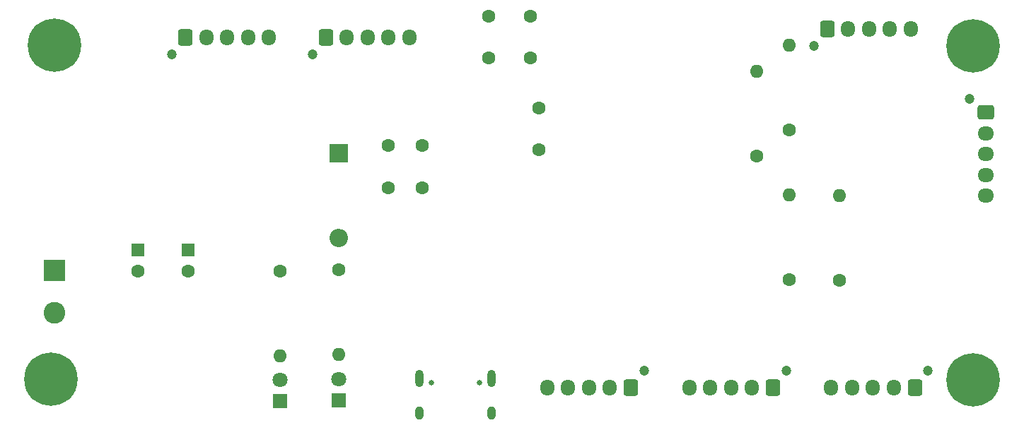
<source format=gbr>
%TF.GenerationSoftware,KiCad,Pcbnew,7.0.7*%
%TF.CreationDate,2024-02-08T23:22:07+01:00*%
%TF.ProjectId,balancing_robot,62616c61-6e63-4696-9e67-5f726f626f74,rev?*%
%TF.SameCoordinates,Original*%
%TF.FileFunction,Soldermask,Bot*%
%TF.FilePolarity,Negative*%
%FSLAX46Y46*%
G04 Gerber Fmt 4.6, Leading zero omitted, Abs format (unit mm)*
G04 Created by KiCad (PCBNEW 7.0.7) date 2024-02-08 23:22:07*
%MOMM*%
%LPD*%
G01*
G04 APERTURE LIST*
G04 Aperture macros list*
%AMRoundRect*
0 Rectangle with rounded corners*
0 $1 Rounding radius*
0 $2 $3 $4 $5 $6 $7 $8 $9 X,Y pos of 4 corners*
0 Add a 4 corners polygon primitive as box body*
4,1,4,$2,$3,$4,$5,$6,$7,$8,$9,$2,$3,0*
0 Add four circle primitives for the rounded corners*
1,1,$1+$1,$2,$3*
1,1,$1+$1,$4,$5*
1,1,$1+$1,$6,$7*
1,1,$1+$1,$8,$9*
0 Add four rect primitives between the rounded corners*
20,1,$1+$1,$2,$3,$4,$5,0*
20,1,$1+$1,$4,$5,$6,$7,0*
20,1,$1+$1,$6,$7,$8,$9,0*
20,1,$1+$1,$8,$9,$2,$3,0*%
G04 Aperture macros list end*
%ADD10R,2.600000X2.600000*%
%ADD11C,2.600000*%
%ADD12R,1.800000X1.800000*%
%ADD13C,1.800000*%
%ADD14C,1.600000*%
%ADD15C,0.800000*%
%ADD16C,6.400000*%
%ADD17C,1.200000*%
%ADD18RoundRect,0.250000X0.600000X0.725000X-0.600000X0.725000X-0.600000X-0.725000X0.600000X-0.725000X0*%
%ADD19O,1.700000X1.950000*%
%ADD20RoundRect,0.250000X-0.725000X0.600000X-0.725000X-0.600000X0.725000X-0.600000X0.725000X0.600000X0*%
%ADD21O,1.950000X1.700000*%
%ADD22R,2.200000X2.200000*%
%ADD23O,2.200000X2.200000*%
%ADD24C,0.650000*%
%ADD25O,1.000000X2.100000*%
%ADD26O,1.000000X1.600000*%
%ADD27RoundRect,0.250000X-0.600000X-0.725000X0.600000X-0.725000X0.600000X0.725000X-0.600000X0.725000X0*%
%ADD28O,1.600000X1.600000*%
%ADD29R,1.600000X1.600000*%
G04 APERTURE END LIST*
D10*
%TO.C,J1*%
X98000000Y-99920000D03*
D11*
X98000000Y-105000000D03*
%TD*%
D12*
%TO.C,D3*%
X132000000Y-115540000D03*
D13*
X132000000Y-113000000D03*
%TD*%
D14*
%TO.C,C15*%
X155000000Y-74500000D03*
X155000000Y-69500000D03*
%TD*%
D15*
%TO.C,H3*%
X95200000Y-113000000D03*
X95902944Y-111302944D03*
X95902944Y-114697056D03*
X97600000Y-110600000D03*
D16*
X97600000Y-113000000D03*
D15*
X97600000Y-115400000D03*
X99297056Y-111302944D03*
X99297056Y-114697056D03*
X100000000Y-113000000D03*
%TD*%
D17*
%TO.C,J5*%
X185600000Y-112000000D03*
D18*
X184000000Y-114000000D03*
D19*
X181500000Y-114000000D03*
X179000000Y-114000000D03*
X176500000Y-114000000D03*
X174000000Y-114000000D03*
%TD*%
D17*
%TO.C,J3*%
X202600000Y-112000000D03*
D18*
X201000000Y-114000000D03*
D19*
X198500000Y-114000000D03*
X196000000Y-114000000D03*
X193500000Y-114000000D03*
X191000000Y-114000000D03*
%TD*%
D17*
%TO.C,J4*%
X207525000Y-79400000D03*
D20*
X209525000Y-81000000D03*
D21*
X209525000Y-83500000D03*
X209525000Y-86000000D03*
X209525000Y-88500000D03*
X209525000Y-91000000D03*
%TD*%
D22*
%TO.C,D2*%
X132000000Y-85920000D03*
D23*
X132000000Y-96080000D03*
%TD*%
D24*
%TO.C,J2*%
X143110000Y-113400000D03*
X148890000Y-113400000D03*
D25*
X141680000Y-112870000D03*
D26*
X141680000Y-117050000D03*
D25*
X150320000Y-112870000D03*
D26*
X150320000Y-117050000D03*
%TD*%
D17*
%TO.C,J8*%
X128900000Y-74000000D03*
D27*
X130500000Y-72000000D03*
D19*
X133000000Y-72000000D03*
X135500000Y-72000000D03*
X138000000Y-72000000D03*
X140500000Y-72000000D03*
%TD*%
D15*
%TO.C,H1*%
X205600000Y-73000000D03*
X206302944Y-71302944D03*
X206302944Y-74697056D03*
X208000000Y-70600000D03*
D16*
X208000000Y-73000000D03*
D15*
X208000000Y-75400000D03*
X209697056Y-71302944D03*
X209697056Y-74697056D03*
X210400000Y-73000000D03*
%TD*%
D14*
%TO.C,C13*%
X156000000Y-80500000D03*
X156000000Y-85500000D03*
%TD*%
D12*
%TO.C,D1*%
X125000000Y-115620000D03*
D13*
X125000000Y-113080000D03*
%TD*%
D14*
%TO.C,R9*%
X182063090Y-86213588D03*
D28*
X182063090Y-76053588D03*
%TD*%
D15*
%TO.C,H2*%
X95617235Y-72965203D03*
X96320179Y-71268147D03*
X96320179Y-74662259D03*
X98017235Y-70565203D03*
D16*
X98017235Y-72965203D03*
D15*
X98017235Y-75365203D03*
X99714291Y-71268147D03*
X99714291Y-74662259D03*
X100417235Y-72965203D03*
%TD*%
D17*
%TO.C,J7*%
X168600000Y-112000000D03*
D18*
X167000000Y-114000000D03*
D19*
X164500000Y-114000000D03*
X162000000Y-114000000D03*
X159500000Y-114000000D03*
X157000000Y-114000000D03*
%TD*%
D14*
%TO.C,R10*%
X186000000Y-83080000D03*
D28*
X186000000Y-72920000D03*
%TD*%
D29*
%TO.C,C3*%
X108000000Y-97500000D03*
D14*
X108000000Y-100000000D03*
%TD*%
%TO.C,C6*%
X142000000Y-90000000D03*
X142000000Y-85000000D03*
%TD*%
%TO.C,C7*%
X138000000Y-90000000D03*
X138000000Y-85000000D03*
%TD*%
%TO.C,R14*%
X186000000Y-101080000D03*
D28*
X186000000Y-90920000D03*
%TD*%
D17*
%TO.C,J6*%
X188900000Y-73000000D03*
D27*
X190500000Y-71000000D03*
D19*
X193000000Y-71000000D03*
X195500000Y-71000000D03*
X198000000Y-71000000D03*
X200500000Y-71000000D03*
%TD*%
D14*
%TO.C,C14*%
X150000000Y-74500000D03*
X150000000Y-69500000D03*
%TD*%
%TO.C,R1*%
X125000000Y-100000000D03*
D28*
X125000000Y-110160000D03*
%TD*%
D14*
%TO.C,R6*%
X132000000Y-99840000D03*
D28*
X132000000Y-110000000D03*
%TD*%
D14*
%TO.C,R7*%
X192000000Y-101160000D03*
D28*
X192000000Y-91000000D03*
%TD*%
D15*
%TO.C,H4*%
X205582076Y-113056981D03*
X206285020Y-111359925D03*
X206285020Y-114754037D03*
X207982076Y-110656981D03*
D16*
X207982076Y-113056981D03*
D15*
X207982076Y-115456981D03*
X209679132Y-111359925D03*
X209679132Y-114754037D03*
X210382076Y-113056981D03*
%TD*%
D17*
%TO.C,J9*%
X112073618Y-74037026D03*
D27*
X113673618Y-72037026D03*
D19*
X116173618Y-72037026D03*
X118673618Y-72037026D03*
X121173618Y-72037026D03*
X123673618Y-72037026D03*
%TD*%
D29*
%TO.C,C1*%
X114000000Y-97500000D03*
D14*
X114000000Y-100000000D03*
%TD*%
M02*

</source>
